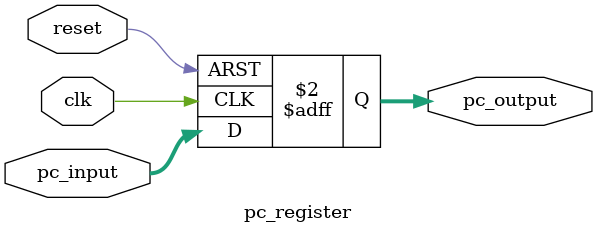
<source format=v>
`include "psd4_one.v"

module pc_register(
    input clk,
    input reset,
    input [31:0] pc_input,
    output reg [31:0] pc_output
);

always @(posedge clk, posedge reset)
begin
    if (reset)
        pc_output <= 32'h00000000; // Reset the PC to 0
    else
        pc_output <= pc_input; // storing the value of program counter(input PC) in the pc_output and will return it to the fetch function to do further computation
end

endmodule
</source>
